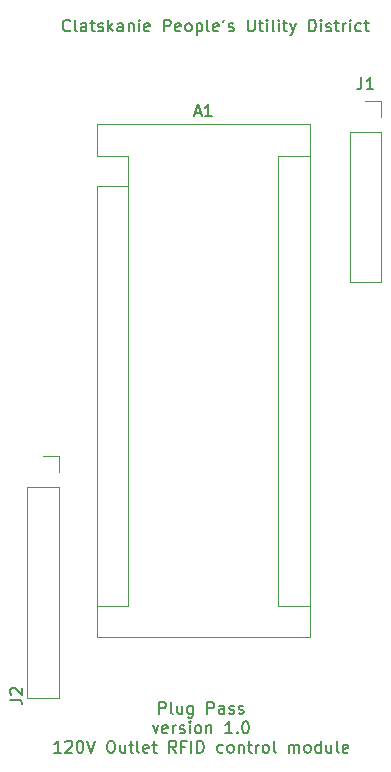
<source format=gto>
G04 #@! TF.GenerationSoftware,KiCad,Pcbnew,(5.1.5)-3*
G04 #@! TF.CreationDate,2020-04-22T08:10:39-07:00*
G04 #@! TF.ProjectId,Plug_Pass_120V_arduino_shield,506c7567-5f50-4617-9373-5f313230565f,rev?*
G04 #@! TF.SameCoordinates,Original*
G04 #@! TF.FileFunction,Legend,Top*
G04 #@! TF.FilePolarity,Positive*
%FSLAX46Y46*%
G04 Gerber Fmt 4.6, Leading zero omitted, Abs format (unit mm)*
G04 Created by KiCad (PCBNEW (5.1.5)-3) date 2020-04-22 08:10:39*
%MOMM*%
%LPD*%
G04 APERTURE LIST*
%ADD10C,0.150000*%
%ADD11C,0.120000*%
G04 APERTURE END LIST*
D10*
X93487505Y-64944262D02*
X93439886Y-64991881D01*
X93297029Y-65039500D01*
X93201791Y-65039500D01*
X93058934Y-64991881D01*
X92963696Y-64896643D01*
X92916077Y-64801405D01*
X92868458Y-64610929D01*
X92868458Y-64468072D01*
X92916077Y-64277596D01*
X92963696Y-64182358D01*
X93058934Y-64087120D01*
X93201791Y-64039500D01*
X93297029Y-64039500D01*
X93439886Y-64087120D01*
X93487505Y-64134739D01*
X94058934Y-65039500D02*
X93963696Y-64991881D01*
X93916077Y-64896643D01*
X93916077Y-64039500D01*
X94868458Y-65039500D02*
X94868458Y-64515691D01*
X94820839Y-64420453D01*
X94725600Y-64372834D01*
X94535124Y-64372834D01*
X94439886Y-64420453D01*
X94868458Y-64991881D02*
X94773219Y-65039500D01*
X94535124Y-65039500D01*
X94439886Y-64991881D01*
X94392267Y-64896643D01*
X94392267Y-64801405D01*
X94439886Y-64706167D01*
X94535124Y-64658548D01*
X94773219Y-64658548D01*
X94868458Y-64610929D01*
X95201791Y-64372834D02*
X95582743Y-64372834D01*
X95344648Y-64039500D02*
X95344648Y-64896643D01*
X95392267Y-64991881D01*
X95487505Y-65039500D01*
X95582743Y-65039500D01*
X95868458Y-64991881D02*
X95963696Y-65039500D01*
X96154172Y-65039500D01*
X96249410Y-64991881D01*
X96297029Y-64896643D01*
X96297029Y-64849024D01*
X96249410Y-64753786D01*
X96154172Y-64706167D01*
X96011315Y-64706167D01*
X95916077Y-64658548D01*
X95868458Y-64563310D01*
X95868458Y-64515691D01*
X95916077Y-64420453D01*
X96011315Y-64372834D01*
X96154172Y-64372834D01*
X96249410Y-64420453D01*
X96725600Y-65039500D02*
X96725600Y-64039500D01*
X96820839Y-64658548D02*
X97106553Y-65039500D01*
X97106553Y-64372834D02*
X96725600Y-64753786D01*
X97963696Y-65039500D02*
X97963696Y-64515691D01*
X97916077Y-64420453D01*
X97820839Y-64372834D01*
X97630362Y-64372834D01*
X97535124Y-64420453D01*
X97963696Y-64991881D02*
X97868458Y-65039500D01*
X97630362Y-65039500D01*
X97535124Y-64991881D01*
X97487505Y-64896643D01*
X97487505Y-64801405D01*
X97535124Y-64706167D01*
X97630362Y-64658548D01*
X97868458Y-64658548D01*
X97963696Y-64610929D01*
X98439886Y-64372834D02*
X98439886Y-65039500D01*
X98439886Y-64468072D02*
X98487505Y-64420453D01*
X98582743Y-64372834D01*
X98725600Y-64372834D01*
X98820839Y-64420453D01*
X98868458Y-64515691D01*
X98868458Y-65039500D01*
X99344648Y-65039500D02*
X99344648Y-64372834D01*
X99344648Y-64039500D02*
X99297029Y-64087120D01*
X99344648Y-64134739D01*
X99392267Y-64087120D01*
X99344648Y-64039500D01*
X99344648Y-64134739D01*
X100201791Y-64991881D02*
X100106553Y-65039500D01*
X99916077Y-65039500D01*
X99820839Y-64991881D01*
X99773219Y-64896643D01*
X99773219Y-64515691D01*
X99820839Y-64420453D01*
X99916077Y-64372834D01*
X100106553Y-64372834D01*
X100201791Y-64420453D01*
X100249410Y-64515691D01*
X100249410Y-64610929D01*
X99773219Y-64706167D01*
X101439886Y-65039500D02*
X101439886Y-64039500D01*
X101820839Y-64039500D01*
X101916077Y-64087120D01*
X101963696Y-64134739D01*
X102011315Y-64229977D01*
X102011315Y-64372834D01*
X101963696Y-64468072D01*
X101916077Y-64515691D01*
X101820839Y-64563310D01*
X101439886Y-64563310D01*
X102820839Y-64991881D02*
X102725600Y-65039500D01*
X102535124Y-65039500D01*
X102439886Y-64991881D01*
X102392267Y-64896643D01*
X102392267Y-64515691D01*
X102439886Y-64420453D01*
X102535124Y-64372834D01*
X102725600Y-64372834D01*
X102820839Y-64420453D01*
X102868458Y-64515691D01*
X102868458Y-64610929D01*
X102392267Y-64706167D01*
X103439886Y-65039500D02*
X103344648Y-64991881D01*
X103297029Y-64944262D01*
X103249410Y-64849024D01*
X103249410Y-64563310D01*
X103297029Y-64468072D01*
X103344648Y-64420453D01*
X103439886Y-64372834D01*
X103582743Y-64372834D01*
X103677981Y-64420453D01*
X103725600Y-64468072D01*
X103773219Y-64563310D01*
X103773219Y-64849024D01*
X103725600Y-64944262D01*
X103677981Y-64991881D01*
X103582743Y-65039500D01*
X103439886Y-65039500D01*
X104201791Y-64372834D02*
X104201791Y-65372834D01*
X104201791Y-64420453D02*
X104297029Y-64372834D01*
X104487505Y-64372834D01*
X104582743Y-64420453D01*
X104630362Y-64468072D01*
X104677981Y-64563310D01*
X104677981Y-64849024D01*
X104630362Y-64944262D01*
X104582743Y-64991881D01*
X104487505Y-65039500D01*
X104297029Y-65039500D01*
X104201791Y-64991881D01*
X105249410Y-65039500D02*
X105154172Y-64991881D01*
X105106553Y-64896643D01*
X105106553Y-64039500D01*
X106011315Y-64991881D02*
X105916077Y-65039500D01*
X105725600Y-65039500D01*
X105630362Y-64991881D01*
X105582743Y-64896643D01*
X105582743Y-64515691D01*
X105630362Y-64420453D01*
X105725600Y-64372834D01*
X105916077Y-64372834D01*
X106011315Y-64420453D01*
X106058934Y-64515691D01*
X106058934Y-64610929D01*
X105582743Y-64706167D01*
X106535124Y-64039500D02*
X106439886Y-64229977D01*
X106916077Y-64991881D02*
X107011315Y-65039500D01*
X107201791Y-65039500D01*
X107297029Y-64991881D01*
X107344648Y-64896643D01*
X107344648Y-64849024D01*
X107297029Y-64753786D01*
X107201791Y-64706167D01*
X107058934Y-64706167D01*
X106963696Y-64658548D01*
X106916077Y-64563310D01*
X106916077Y-64515691D01*
X106963696Y-64420453D01*
X107058934Y-64372834D01*
X107201791Y-64372834D01*
X107297029Y-64420453D01*
X108535124Y-64039500D02*
X108535124Y-64849024D01*
X108582743Y-64944262D01*
X108630362Y-64991881D01*
X108725600Y-65039500D01*
X108916077Y-65039500D01*
X109011315Y-64991881D01*
X109058934Y-64944262D01*
X109106553Y-64849024D01*
X109106553Y-64039500D01*
X109439886Y-64372834D02*
X109820839Y-64372834D01*
X109582743Y-64039500D02*
X109582743Y-64896643D01*
X109630362Y-64991881D01*
X109725600Y-65039500D01*
X109820839Y-65039500D01*
X110154172Y-65039500D02*
X110154172Y-64372834D01*
X110154172Y-64039500D02*
X110106553Y-64087120D01*
X110154172Y-64134739D01*
X110201791Y-64087120D01*
X110154172Y-64039500D01*
X110154172Y-64134739D01*
X110773219Y-65039500D02*
X110677981Y-64991881D01*
X110630362Y-64896643D01*
X110630362Y-64039500D01*
X111154172Y-65039500D02*
X111154172Y-64372834D01*
X111154172Y-64039500D02*
X111106553Y-64087120D01*
X111154172Y-64134739D01*
X111201791Y-64087120D01*
X111154172Y-64039500D01*
X111154172Y-64134739D01*
X111487505Y-64372834D02*
X111868458Y-64372834D01*
X111630362Y-64039500D02*
X111630362Y-64896643D01*
X111677981Y-64991881D01*
X111773219Y-65039500D01*
X111868458Y-65039500D01*
X112106553Y-64372834D02*
X112344648Y-65039500D01*
X112582743Y-64372834D02*
X112344648Y-65039500D01*
X112249410Y-65277596D01*
X112201791Y-65325215D01*
X112106553Y-65372834D01*
X113725600Y-65039500D02*
X113725600Y-64039500D01*
X113963696Y-64039500D01*
X114106553Y-64087120D01*
X114201791Y-64182358D01*
X114249410Y-64277596D01*
X114297029Y-64468072D01*
X114297029Y-64610929D01*
X114249410Y-64801405D01*
X114201791Y-64896643D01*
X114106553Y-64991881D01*
X113963696Y-65039500D01*
X113725600Y-65039500D01*
X114725600Y-65039500D02*
X114725600Y-64372834D01*
X114725600Y-64039500D02*
X114677981Y-64087120D01*
X114725600Y-64134739D01*
X114773219Y-64087120D01*
X114725600Y-64039500D01*
X114725600Y-64134739D01*
X115154172Y-64991881D02*
X115249410Y-65039500D01*
X115439886Y-65039500D01*
X115535124Y-64991881D01*
X115582743Y-64896643D01*
X115582743Y-64849024D01*
X115535124Y-64753786D01*
X115439886Y-64706167D01*
X115297029Y-64706167D01*
X115201791Y-64658548D01*
X115154172Y-64563310D01*
X115154172Y-64515691D01*
X115201791Y-64420453D01*
X115297029Y-64372834D01*
X115439886Y-64372834D01*
X115535124Y-64420453D01*
X115868458Y-64372834D02*
X116249410Y-64372834D01*
X116011315Y-64039500D02*
X116011315Y-64896643D01*
X116058934Y-64991881D01*
X116154172Y-65039500D01*
X116249410Y-65039500D01*
X116582743Y-65039500D02*
X116582743Y-64372834D01*
X116582743Y-64563310D02*
X116630362Y-64468072D01*
X116677981Y-64420453D01*
X116773219Y-64372834D01*
X116868458Y-64372834D01*
X117201791Y-65039500D02*
X117201791Y-64372834D01*
X117201791Y-64039500D02*
X117154172Y-64087120D01*
X117201791Y-64134739D01*
X117249410Y-64087120D01*
X117201791Y-64039500D01*
X117201791Y-64134739D01*
X118106553Y-64991881D02*
X118011315Y-65039500D01*
X117820839Y-65039500D01*
X117725600Y-64991881D01*
X117677981Y-64944262D01*
X117630362Y-64849024D01*
X117630362Y-64563310D01*
X117677981Y-64468072D01*
X117725600Y-64420453D01*
X117820839Y-64372834D01*
X118011315Y-64372834D01*
X118106553Y-64420453D01*
X118392267Y-64372834D02*
X118773220Y-64372834D01*
X118535124Y-64039500D02*
X118535124Y-64896643D01*
X118582743Y-64991881D01*
X118677981Y-65039500D01*
X118773220Y-65039500D01*
X101018151Y-122815340D02*
X101018151Y-121815340D01*
X101399103Y-121815340D01*
X101494341Y-121862960D01*
X101541960Y-121910579D01*
X101589580Y-122005817D01*
X101589580Y-122148674D01*
X101541960Y-122243912D01*
X101494341Y-122291531D01*
X101399103Y-122339150D01*
X101018151Y-122339150D01*
X102161008Y-122815340D02*
X102065770Y-122767721D01*
X102018151Y-122672483D01*
X102018151Y-121815340D01*
X102970532Y-122148674D02*
X102970532Y-122815340D01*
X102541960Y-122148674D02*
X102541960Y-122672483D01*
X102589580Y-122767721D01*
X102684818Y-122815340D01*
X102827675Y-122815340D01*
X102922913Y-122767721D01*
X102970532Y-122720102D01*
X103875294Y-122148674D02*
X103875294Y-122958198D01*
X103827675Y-123053436D01*
X103780056Y-123101055D01*
X103684818Y-123148674D01*
X103541960Y-123148674D01*
X103446722Y-123101055D01*
X103875294Y-122767721D02*
X103780056Y-122815340D01*
X103589580Y-122815340D01*
X103494341Y-122767721D01*
X103446722Y-122720102D01*
X103399103Y-122624864D01*
X103399103Y-122339150D01*
X103446722Y-122243912D01*
X103494341Y-122196293D01*
X103589580Y-122148674D01*
X103780056Y-122148674D01*
X103875294Y-122196293D01*
X105113389Y-122815340D02*
X105113389Y-121815340D01*
X105494341Y-121815340D01*
X105589580Y-121862960D01*
X105637199Y-121910579D01*
X105684818Y-122005817D01*
X105684818Y-122148674D01*
X105637199Y-122243912D01*
X105589580Y-122291531D01*
X105494341Y-122339150D01*
X105113389Y-122339150D01*
X106541960Y-122815340D02*
X106541960Y-122291531D01*
X106494341Y-122196293D01*
X106399103Y-122148674D01*
X106208627Y-122148674D01*
X106113389Y-122196293D01*
X106541960Y-122767721D02*
X106446722Y-122815340D01*
X106208627Y-122815340D01*
X106113389Y-122767721D01*
X106065770Y-122672483D01*
X106065770Y-122577245D01*
X106113389Y-122482007D01*
X106208627Y-122434388D01*
X106446722Y-122434388D01*
X106541960Y-122386769D01*
X106970532Y-122767721D02*
X107065770Y-122815340D01*
X107256246Y-122815340D01*
X107351484Y-122767721D01*
X107399103Y-122672483D01*
X107399103Y-122624864D01*
X107351484Y-122529626D01*
X107256246Y-122482007D01*
X107113389Y-122482007D01*
X107018151Y-122434388D01*
X106970532Y-122339150D01*
X106970532Y-122291531D01*
X107018151Y-122196293D01*
X107113389Y-122148674D01*
X107256246Y-122148674D01*
X107351484Y-122196293D01*
X107780056Y-122767721D02*
X107875294Y-122815340D01*
X108065770Y-122815340D01*
X108161008Y-122767721D01*
X108208627Y-122672483D01*
X108208627Y-122624864D01*
X108161008Y-122529626D01*
X108065770Y-122482007D01*
X107922913Y-122482007D01*
X107827675Y-122434388D01*
X107780056Y-122339150D01*
X107780056Y-122291531D01*
X107827675Y-122196293D01*
X107922913Y-122148674D01*
X108065770Y-122148674D01*
X108161008Y-122196293D01*
X100494341Y-123798674D02*
X100732437Y-124465340D01*
X100970532Y-123798674D01*
X101732437Y-124417721D02*
X101637199Y-124465340D01*
X101446722Y-124465340D01*
X101351484Y-124417721D01*
X101303865Y-124322483D01*
X101303865Y-123941531D01*
X101351484Y-123846293D01*
X101446722Y-123798674D01*
X101637199Y-123798674D01*
X101732437Y-123846293D01*
X101780056Y-123941531D01*
X101780056Y-124036769D01*
X101303865Y-124132007D01*
X102208627Y-124465340D02*
X102208627Y-123798674D01*
X102208627Y-123989150D02*
X102256246Y-123893912D01*
X102303865Y-123846293D01*
X102399103Y-123798674D01*
X102494341Y-123798674D01*
X102780056Y-124417721D02*
X102875294Y-124465340D01*
X103065770Y-124465340D01*
X103161008Y-124417721D01*
X103208627Y-124322483D01*
X103208627Y-124274864D01*
X103161008Y-124179626D01*
X103065770Y-124132007D01*
X102922913Y-124132007D01*
X102827675Y-124084388D01*
X102780056Y-123989150D01*
X102780056Y-123941531D01*
X102827675Y-123846293D01*
X102922913Y-123798674D01*
X103065770Y-123798674D01*
X103161008Y-123846293D01*
X103637199Y-124465340D02*
X103637199Y-123798674D01*
X103637199Y-123465340D02*
X103589580Y-123512960D01*
X103637199Y-123560579D01*
X103684818Y-123512960D01*
X103637199Y-123465340D01*
X103637199Y-123560579D01*
X104256246Y-124465340D02*
X104161008Y-124417721D01*
X104113389Y-124370102D01*
X104065770Y-124274864D01*
X104065770Y-123989150D01*
X104113389Y-123893912D01*
X104161008Y-123846293D01*
X104256246Y-123798674D01*
X104399103Y-123798674D01*
X104494341Y-123846293D01*
X104541960Y-123893912D01*
X104589580Y-123989150D01*
X104589580Y-124274864D01*
X104541960Y-124370102D01*
X104494341Y-124417721D01*
X104399103Y-124465340D01*
X104256246Y-124465340D01*
X105018151Y-123798674D02*
X105018151Y-124465340D01*
X105018151Y-123893912D02*
X105065770Y-123846293D01*
X105161008Y-123798674D01*
X105303865Y-123798674D01*
X105399103Y-123846293D01*
X105446722Y-123941531D01*
X105446722Y-124465340D01*
X107208627Y-124465340D02*
X106637199Y-124465340D01*
X106922913Y-124465340D02*
X106922913Y-123465340D01*
X106827675Y-123608198D01*
X106732437Y-123703436D01*
X106637199Y-123751055D01*
X107637199Y-124370102D02*
X107684818Y-124417721D01*
X107637199Y-124465340D01*
X107589580Y-124417721D01*
X107637199Y-124370102D01*
X107637199Y-124465340D01*
X108303865Y-123465340D02*
X108399103Y-123465340D01*
X108494341Y-123512960D01*
X108541960Y-123560579D01*
X108589580Y-123655817D01*
X108637199Y-123846293D01*
X108637199Y-124084388D01*
X108589580Y-124274864D01*
X108541960Y-124370102D01*
X108494341Y-124417721D01*
X108399103Y-124465340D01*
X108303865Y-124465340D01*
X108208627Y-124417721D01*
X108161008Y-124370102D01*
X108113389Y-124274864D01*
X108065770Y-124084388D01*
X108065770Y-123846293D01*
X108113389Y-123655817D01*
X108161008Y-123560579D01*
X108208627Y-123512960D01*
X108303865Y-123465340D01*
X92708627Y-126115340D02*
X92137199Y-126115340D01*
X92422913Y-126115340D02*
X92422913Y-125115340D01*
X92327675Y-125258198D01*
X92232437Y-125353436D01*
X92137199Y-125401055D01*
X93089580Y-125210579D02*
X93137199Y-125162960D01*
X93232437Y-125115340D01*
X93470532Y-125115340D01*
X93565770Y-125162960D01*
X93613389Y-125210579D01*
X93661008Y-125305817D01*
X93661008Y-125401055D01*
X93613389Y-125543912D01*
X93041960Y-126115340D01*
X93661008Y-126115340D01*
X94280056Y-125115340D02*
X94375294Y-125115340D01*
X94470532Y-125162960D01*
X94518151Y-125210579D01*
X94565770Y-125305817D01*
X94613389Y-125496293D01*
X94613389Y-125734388D01*
X94565770Y-125924864D01*
X94518151Y-126020102D01*
X94470532Y-126067721D01*
X94375294Y-126115340D01*
X94280056Y-126115340D01*
X94184818Y-126067721D01*
X94137199Y-126020102D01*
X94089580Y-125924864D01*
X94041960Y-125734388D01*
X94041960Y-125496293D01*
X94089580Y-125305817D01*
X94137199Y-125210579D01*
X94184818Y-125162960D01*
X94280056Y-125115340D01*
X94899103Y-125115340D02*
X95232437Y-126115340D01*
X95565770Y-125115340D01*
X96851484Y-125115340D02*
X97041960Y-125115340D01*
X97137199Y-125162960D01*
X97232437Y-125258198D01*
X97280056Y-125448674D01*
X97280056Y-125782007D01*
X97232437Y-125972483D01*
X97137199Y-126067721D01*
X97041960Y-126115340D01*
X96851484Y-126115340D01*
X96756246Y-126067721D01*
X96661008Y-125972483D01*
X96613389Y-125782007D01*
X96613389Y-125448674D01*
X96661008Y-125258198D01*
X96756246Y-125162960D01*
X96851484Y-125115340D01*
X98137199Y-125448674D02*
X98137199Y-126115340D01*
X97708627Y-125448674D02*
X97708627Y-125972483D01*
X97756246Y-126067721D01*
X97851484Y-126115340D01*
X97994341Y-126115340D01*
X98089580Y-126067721D01*
X98137199Y-126020102D01*
X98470532Y-125448674D02*
X98851484Y-125448674D01*
X98613389Y-125115340D02*
X98613389Y-125972483D01*
X98661008Y-126067721D01*
X98756246Y-126115340D01*
X98851484Y-126115340D01*
X99327675Y-126115340D02*
X99232437Y-126067721D01*
X99184818Y-125972483D01*
X99184818Y-125115340D01*
X100089580Y-126067721D02*
X99994341Y-126115340D01*
X99803865Y-126115340D01*
X99708627Y-126067721D01*
X99661008Y-125972483D01*
X99661008Y-125591531D01*
X99708627Y-125496293D01*
X99803865Y-125448674D01*
X99994341Y-125448674D01*
X100089580Y-125496293D01*
X100137199Y-125591531D01*
X100137199Y-125686769D01*
X99661008Y-125782007D01*
X100422913Y-125448674D02*
X100803865Y-125448674D01*
X100565770Y-125115340D02*
X100565770Y-125972483D01*
X100613389Y-126067721D01*
X100708627Y-126115340D01*
X100803865Y-126115340D01*
X102470532Y-126115340D02*
X102137199Y-125639150D01*
X101899103Y-126115340D02*
X101899103Y-125115340D01*
X102280056Y-125115340D01*
X102375294Y-125162960D01*
X102422913Y-125210579D01*
X102470532Y-125305817D01*
X102470532Y-125448674D01*
X102422913Y-125543912D01*
X102375294Y-125591531D01*
X102280056Y-125639150D01*
X101899103Y-125639150D01*
X103232437Y-125591531D02*
X102899103Y-125591531D01*
X102899103Y-126115340D02*
X102899103Y-125115340D01*
X103375294Y-125115340D01*
X103756246Y-126115340D02*
X103756246Y-125115340D01*
X104232437Y-126115340D02*
X104232437Y-125115340D01*
X104470532Y-125115340D01*
X104613389Y-125162960D01*
X104708627Y-125258198D01*
X104756246Y-125353436D01*
X104803865Y-125543912D01*
X104803865Y-125686769D01*
X104756246Y-125877245D01*
X104708627Y-125972483D01*
X104613389Y-126067721D01*
X104470532Y-126115340D01*
X104232437Y-126115340D01*
X106422913Y-126067721D02*
X106327675Y-126115340D01*
X106137199Y-126115340D01*
X106041960Y-126067721D01*
X105994341Y-126020102D01*
X105946722Y-125924864D01*
X105946722Y-125639150D01*
X105994341Y-125543912D01*
X106041960Y-125496293D01*
X106137199Y-125448674D01*
X106327675Y-125448674D01*
X106422913Y-125496293D01*
X106994341Y-126115340D02*
X106899103Y-126067721D01*
X106851484Y-126020102D01*
X106803865Y-125924864D01*
X106803865Y-125639150D01*
X106851484Y-125543912D01*
X106899103Y-125496293D01*
X106994341Y-125448674D01*
X107137199Y-125448674D01*
X107232437Y-125496293D01*
X107280056Y-125543912D01*
X107327675Y-125639150D01*
X107327675Y-125924864D01*
X107280056Y-126020102D01*
X107232437Y-126067721D01*
X107137199Y-126115340D01*
X106994341Y-126115340D01*
X107756246Y-125448674D02*
X107756246Y-126115340D01*
X107756246Y-125543912D02*
X107803865Y-125496293D01*
X107899103Y-125448674D01*
X108041960Y-125448674D01*
X108137199Y-125496293D01*
X108184818Y-125591531D01*
X108184818Y-126115340D01*
X108518151Y-125448674D02*
X108899103Y-125448674D01*
X108661008Y-125115340D02*
X108661008Y-125972483D01*
X108708627Y-126067721D01*
X108803865Y-126115340D01*
X108899103Y-126115340D01*
X109232437Y-126115340D02*
X109232437Y-125448674D01*
X109232437Y-125639150D02*
X109280056Y-125543912D01*
X109327675Y-125496293D01*
X109422913Y-125448674D01*
X109518151Y-125448674D01*
X109994341Y-126115340D02*
X109899103Y-126067721D01*
X109851484Y-126020102D01*
X109803865Y-125924864D01*
X109803865Y-125639150D01*
X109851484Y-125543912D01*
X109899103Y-125496293D01*
X109994341Y-125448674D01*
X110137199Y-125448674D01*
X110232437Y-125496293D01*
X110280056Y-125543912D01*
X110327675Y-125639150D01*
X110327675Y-125924864D01*
X110280056Y-126020102D01*
X110232437Y-126067721D01*
X110137199Y-126115340D01*
X109994341Y-126115340D01*
X110899103Y-126115340D02*
X110803865Y-126067721D01*
X110756246Y-125972483D01*
X110756246Y-125115340D01*
X112041960Y-126115340D02*
X112041960Y-125448674D01*
X112041960Y-125543912D02*
X112089579Y-125496293D01*
X112184818Y-125448674D01*
X112327675Y-125448674D01*
X112422913Y-125496293D01*
X112470532Y-125591531D01*
X112470532Y-126115340D01*
X112470532Y-125591531D02*
X112518151Y-125496293D01*
X112613389Y-125448674D01*
X112756246Y-125448674D01*
X112851484Y-125496293D01*
X112899103Y-125591531D01*
X112899103Y-126115340D01*
X113518151Y-126115340D02*
X113422913Y-126067721D01*
X113375294Y-126020102D01*
X113327675Y-125924864D01*
X113327675Y-125639150D01*
X113375294Y-125543912D01*
X113422913Y-125496293D01*
X113518151Y-125448674D01*
X113661008Y-125448674D01*
X113756246Y-125496293D01*
X113803865Y-125543912D01*
X113851484Y-125639150D01*
X113851484Y-125924864D01*
X113803865Y-126020102D01*
X113756246Y-126067721D01*
X113661008Y-126115340D01*
X113518151Y-126115340D01*
X114708627Y-126115340D02*
X114708627Y-125115340D01*
X114708627Y-126067721D02*
X114613389Y-126115340D01*
X114422913Y-126115340D01*
X114327675Y-126067721D01*
X114280056Y-126020102D01*
X114232437Y-125924864D01*
X114232437Y-125639150D01*
X114280056Y-125543912D01*
X114327675Y-125496293D01*
X114422913Y-125448674D01*
X114613389Y-125448674D01*
X114708627Y-125496293D01*
X115613389Y-125448674D02*
X115613389Y-126115340D01*
X115184818Y-125448674D02*
X115184818Y-125972483D01*
X115232437Y-126067721D01*
X115327675Y-126115340D01*
X115470532Y-126115340D01*
X115565770Y-126067721D01*
X115613389Y-126020102D01*
X116232437Y-126115340D02*
X116137199Y-126067721D01*
X116089579Y-125972483D01*
X116089579Y-125115340D01*
X116994341Y-126067721D02*
X116899103Y-126115340D01*
X116708627Y-126115340D01*
X116613389Y-126067721D01*
X116565770Y-125972483D01*
X116565770Y-125591531D01*
X116613389Y-125496293D01*
X116708627Y-125448674D01*
X116899103Y-125448674D01*
X116994341Y-125496293D01*
X117041960Y-125591531D01*
X117041960Y-125686769D01*
X116565770Y-125782007D01*
D11*
X113792460Y-72895000D02*
X95752460Y-72895000D01*
X113792460Y-116335000D02*
X113792460Y-72895000D01*
X95752460Y-116335000D02*
X113792460Y-116335000D01*
X98422460Y-113665000D02*
X95752460Y-113665000D01*
X98422460Y-78105000D02*
X98422460Y-113665000D01*
X98422460Y-78105000D02*
X95752460Y-78105000D01*
X111122460Y-113665000D02*
X113792460Y-113665000D01*
X111122460Y-75565000D02*
X111122460Y-113665000D01*
X111122460Y-75565000D02*
X113792460Y-75565000D01*
X95752460Y-72895000D02*
X95752460Y-75565000D01*
X95752460Y-78105000D02*
X95752460Y-116335000D01*
X98422460Y-75565000D02*
X95752460Y-75565000D01*
X98422460Y-78105000D02*
X98422460Y-75565000D01*
X118488460Y-70933000D02*
X119818460Y-70933000D01*
X119818460Y-70933000D02*
X119818460Y-72263000D01*
X119818460Y-73533000D02*
X119818460Y-86293000D01*
X117158460Y-86293000D02*
X119818460Y-86293000D01*
X117158460Y-73533000D02*
X117158460Y-86293000D01*
X117158460Y-73533000D02*
X119818460Y-73533000D01*
X91183460Y-101032000D02*
X92513460Y-101032000D01*
X92513460Y-101032000D02*
X92513460Y-102362000D01*
X92513460Y-103632000D02*
X92513460Y-121472000D01*
X89853460Y-121472000D02*
X92513460Y-121472000D01*
X89853460Y-103632000D02*
X89853460Y-121472000D01*
X89853460Y-103632000D02*
X92513460Y-103632000D01*
D10*
X104058174Y-71921666D02*
X104534364Y-71921666D01*
X103962936Y-72207380D02*
X104296269Y-71207380D01*
X104629602Y-72207380D01*
X105486745Y-72207380D02*
X104915317Y-72207380D01*
X105201031Y-72207380D02*
X105201031Y-71207380D01*
X105105793Y-71350238D01*
X105010555Y-71445476D01*
X104915317Y-71493095D01*
X118155126Y-68945380D02*
X118155126Y-69659666D01*
X118107507Y-69802523D01*
X118012269Y-69897761D01*
X117869412Y-69945380D01*
X117774174Y-69945380D01*
X119155126Y-69945380D02*
X118583698Y-69945380D01*
X118869412Y-69945380D02*
X118869412Y-68945380D01*
X118774174Y-69088238D01*
X118678936Y-69183476D01*
X118583698Y-69231095D01*
X88415880Y-121625953D02*
X89130166Y-121625953D01*
X89273023Y-121673572D01*
X89368261Y-121768810D01*
X89415880Y-121911667D01*
X89415880Y-122006905D01*
X88511119Y-121197381D02*
X88463500Y-121149762D01*
X88415880Y-121054524D01*
X88415880Y-120816429D01*
X88463500Y-120721191D01*
X88511119Y-120673572D01*
X88606357Y-120625953D01*
X88701595Y-120625953D01*
X88844452Y-120673572D01*
X89415880Y-121245000D01*
X89415880Y-120625953D01*
M02*

</source>
